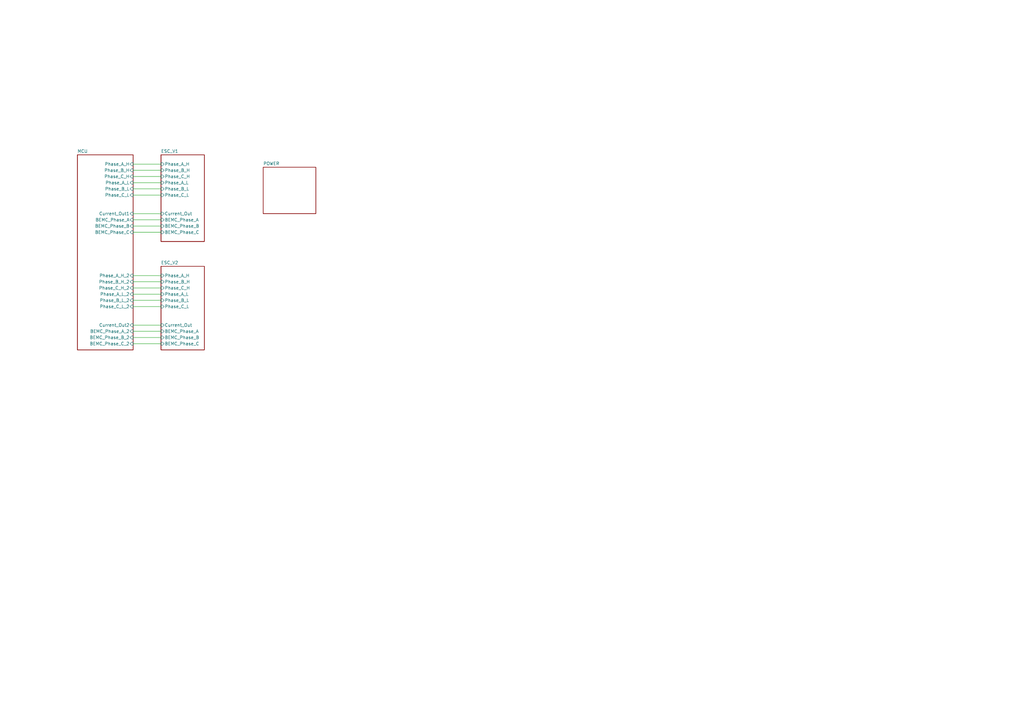
<source format=kicad_sch>
(kicad_sch (version 20230121) (generator eeschema)
  (paper "A3")
  (lib_symbols)
  (wire (pts (xy 54.61 113.03) (xy 66.04 113.03)))
  (wire (pts (xy 54.61 67.31) (xy 66.04 67.31)))
  (wire (pts (xy 54.61 120.65) (xy 66.04 120.65)))
  (wire (pts (xy 54.61 118.11) (xy 66.04 118.11)))
  (wire (pts (xy 54.61 72.39) (xy 66.04 72.39)))
  (wire (pts (xy 54.61 77.47) (xy 66.04 77.47)))
  (wire (pts (xy 54.61 69.85) (xy 66.04 69.85)))
  (wire (pts (xy 54.61 87.63) (xy 66.04 87.63)))
  (wire (pts (xy 54.61 90.17) (xy 66.04 90.17)))
  (wire (pts (xy 54.61 92.71) (xy 66.04 92.71)))
  (wire (pts (xy 54.61 74.93) (xy 66.04 74.93)))
  (wire (pts (xy 54.61 95.25) (xy 66.04 95.25)))
  (wire (pts (xy 54.61 138.43) (xy 66.04 138.43)))
  (wire (pts (xy 54.61 123.19) (xy 66.04 123.19)))
  (wire (pts (xy 54.61 115.57) (xy 66.04 115.57)))
  (wire (pts (xy 54.61 133.35) (xy 66.04 133.35)))
  (wire (pts (xy 54.61 140.97) (xy 66.04 140.97)))
  (wire (pts (xy 54.61 125.73) (xy 66.04 125.73)))
  (wire (pts (xy 54.61 80.01) (xy 66.04 80.01)))
  (wire (pts (xy 54.61 135.89) (xy 66.04 135.89)))
  (sheet (at 107.95 68.58) (size 21.59 19.05) (stroke (width 0.2))
    (property "Sheetname" "POWER" (at 107.95 67.8446 0) (effects (justify left bottom)))
    (property "Sheetfile" "POWER.kicad_sch" (effects hide))
  )
  (sheet (at 66.04 63.5) (size 17.78 35.56) (stroke (width 0.2))
    (property "Sheetname" "ESC_V1" (at 66.04 62.7646 0) (effects (justify left bottom)))
    (property "Sheetfile" "ESC_V1.kicad_sch" (effects hide))
    (pin "Phase_C_L" input (at 66.04 80.01 180))
    (pin "Phase_C_H" input (at 66.04 72.39 180))
    (pin "Phase_A_H" input (at 66.04 67.31 180))
    (pin "Phase_A_L" input (at 66.04 74.93 180))
    (pin "Phase_B_L" input (at 66.04 77.47 180))
    (pin "Phase_B_H" input (at 66.04 69.85 180))
    (pin "Current_Out" input (at 66.04 87.63 180))
    (pin "BEMC_Phase_A" input (at 66.04 90.17 180))
    (pin "BEMC_Phase_B" input (at 66.04 92.71 180))
    (pin "BEMC_Phase_C" input (at 66.04 95.25 180))
  )
  (sheet (at 31.75 63.5) (size 22.86 80.01) (stroke (width 0.2))
    (property "Sheetname" "MCU" (at 31.75 62.7646 0) (effects (justify left bottom)))
    (property "Sheetfile" "MCU.kicad_sch" (effects hide))
    (pin "Phase_A_H_2" input (at 54.61 113.03 0))
    (pin "Phase_C_H_2" input (at 54.61 118.11 0))
    (pin "Phase_A_L_2" input (at 54.61 120.65 0))
    (pin "Phase_B_L_2" input (at 54.61 123.19 0))
    (pin "Phase_B_H_2" input (at 54.61 115.57 0))
    (pin "Current_Out1" input (at 54.61 87.63 0))
    (pin "Phase_C_L_2" input (at 54.61 125.73 0))
    (pin "BEMC_Phase_C_2" input (at 54.61 140.97 0))
    (pin "BEMC_Phase_B_2" input (at 54.61 138.43 0))
    (pin "BEMC_Phase_A_2" input (at 54.61 135.89 0))
    (pin "Current_Out2" input (at 54.61 133.35 0))
    (pin "Phase_C_L" input (at 54.61 80.01 0))
    (pin "BEMC_Phase_A" input (at 54.61 90.17 0))
    (pin "BEMC_Phase_C" input (at 54.61 95.25 0))
    (pin "BEMC_Phase_B" input (at 54.61 92.71 0))
    (pin "Phase_B_H" input (at 54.61 69.85 0))
    (pin "Phase_A_H" input (at 54.61 67.31 0))
    (pin "Phase_C_H" input (at 54.61 72.39 0))
    (pin "Phase_B_L" input (at 54.61 77.47 0))
    (pin "Phase_A_L" input (at 54.61 74.93 0))
  )
  (sheet (at 66.04 109.22) (size 17.78 34.29) (stroke (width 0.2))
    (property "Sheetname" "ESC_V2" (at 66.04 108.4846 0) (effects (justify left bottom)))
    (property "Sheetfile" "ESC_V2.kicad_sch" (effects hide))
    (pin "BEMC_Phase_A" input (at 66.04 135.89 180))
    (pin "BEMC_Phase_B" input (at 66.04 138.43 180))
    (pin "BEMC_Phase_C" input (at 66.04 140.97 180))
    (pin "Current_Out" input (at 66.04 133.35 180))
    (pin "Phase_C_L" input (at 66.04 125.73 180))
    (pin "Phase_B_L" input (at 66.04 123.19 180))
    (pin "Phase_A_L" input (at 66.04 120.65 180))
    (pin "Phase_C_H" input (at 66.04 118.11 180))
    (pin "Phase_B_H" input (at 66.04 115.57 180))
    (pin "Phase_A_H" input (at 66.04 113.03 180))
  )
)
</source>
